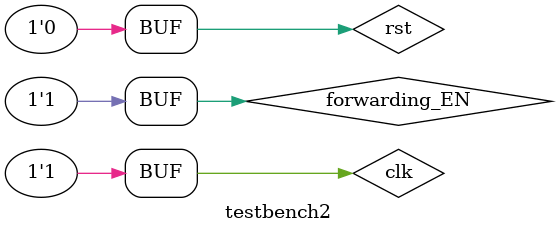
<source format=v>
`timescale 1ns/1ns

module testbench2 ();
  reg clk,rst, forwarding_EN;
  MIPS_Processor top_module (clk, rst, forwarding_EN);

  initial begin
    clk=1;
    repeat(5000) #50 clk=~clk ;
  end

  initial begin
    rst = 1;
    forwarding_EN = 1;
    #100
    rst = 0;
  end
endmodule // test

</source>
